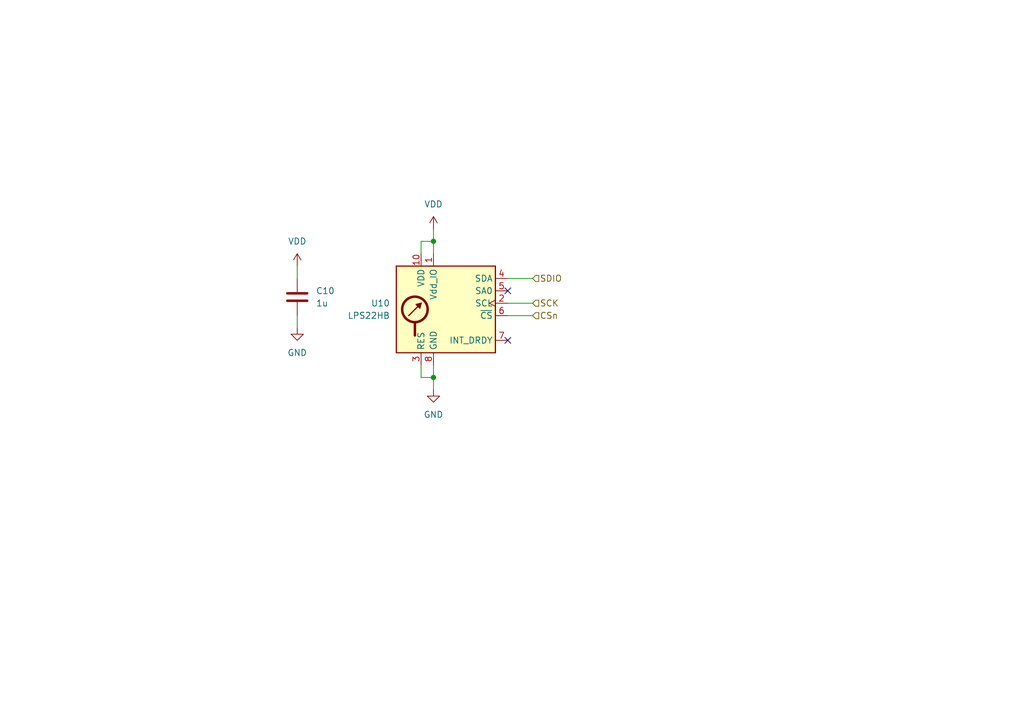
<source format=kicad_sch>
(kicad_sch (version 20231120) (generator "eeschema") (generator_version "8.0")
  (paper "A5")
  (lib_symbols
    (symbol "Device:C" (pin_numbers hide) (pin_names (offset 0.254))
      (property "Reference" "C" (at 0.635 2.54 0))
      (property "Value" "C" (at 0.635 -2.54 0))
      (symbol "C_0_1"
        (polyline (pts (xy -2.032 -0.762) (xy 2.032 -0.762)) (stroke (width 0.508)))
        (polyline (pts (xy -2.032 0.762) (xy 2.032 0.762)) (stroke (width 0.508)))
      )
      (symbol "C_1_1"
        (pin passive line (at 0 3.81 270) (length 2.794) (name "~") (number "1"))
        (pin passive line (at 0 -3.81 90) (length 2.794) (name "~") (number "2"))
      )
    )
    (symbol "Sensor_Pressure:LPS22HB"
      (property "Reference" "U" (at -11.43 1.27 0))
      (property "Value" "LPS22HB" (at -11.43 -1.27 0))
      (symbol "LPS22HB_0_1"
        (rectangle (start -10.16 10.16) (end 10.16 -7.62) (stroke (width 0.254)) (fill (type background)))
        (circle (center -6.35 1.27) (radius 2.6162) (stroke (width 0.508)))
        (polyline (pts (xy -7.62 0) (xy -5.08 2.54)) (stroke (width 0.254)))
        (polyline (pts (xy -6.35 -1.524) (xy -6.35 -4.064)) (stroke (width 0.508)))
        (polyline (pts (xy -5.08 2.54) (xy -5.334 1.524) (xy -6.096 2.286) (xy -5.08 2.54)) (stroke (width 0.254)) (fill (type outline)))
      )
      (symbol "LPS22HB_1_1"
        (pin power_in line (at -2.54 12.7 270) (length 2.54) (name "Vdd_IO") (number "1"))
        (pin power_in line (at -5.08 12.7 270) (length 2.54) (name "VDD") (number "10"))
        (pin input clock (at 12.7 2.54 180) (length 2.54) (name "SCL") (number "2"))
        (pin passive line (at -5.08 -10.16 90) (length 2.54) (name "RES") (number "3"))
        (pin bidirectional line (at 12.7 7.62 180) (length 2.54) (name "SDA") (number "4"))
        (pin input line (at 12.7 5.08 180) (length 2.54) (name "SA0") (number "5"))
        (pin input line (at 12.7 0 180) (length 2.54) (name "~{CS}") (number "6"))
        (pin output line (at 12.7 -5.08 180) (length 2.54) (name "INT_DRDY") (number "7"))
        (pin power_in line (at -2.54 -10.16 90) (length 2.54) (name "GND") (number "8"))
        (pin passive line (at -2.54 -10.16 90) (length 2.54) hide (name "GND") (number "9"))
      )
    )
    (symbol "power:GND" (power) (pin_names (offset 0))
      (property "Value" "GND" (at 0 -3.81 0))
      (symbol "GND_0_1"
        (polyline (pts (xy 0 0) (xy 0 -1.27) (xy 1.27 -1.27) (xy 0 -2.54) (xy -1.27 -1.27) (xy 0 -1.27)))
      )
      (symbol "GND_1_1"
        (pin power_in line (at 0 0 270) (length 0) hide (name "GND") (number "1"))
      )
    )
    (symbol "power:VDD" (power) (pin_names (offset 0))
      (property "Value" "VDD" (at 0 3.81 0))
      (symbol "VDD_0_1"
        (polyline (pts (xy -0.762 1.27) (xy 0 2.54)))
        (polyline (pts (xy 0 0) (xy 0 2.54)))
        (polyline (pts (xy 0 2.54) (xy 0.762 1.27)))
      )
      (symbol "VDD_1_1"
        (pin power_in line (at 0 0 90) (length 0) hide (name "VDD") (number "1"))
      )
    )
  )
  (junction (at 88.9 77.47))
  (junction (at 88.9 49.53))
  (no_connect (at 104.14 69.85))
  (no_connect (at 104.14 59.69))
  (wire (pts (xy 104.14 64.77) (xy 109.22 64.77)))
  (wire (pts (xy 104.14 62.23) (xy 109.22 62.23)))
  (wire (pts (xy 88.9 74.93) (xy 88.9 77.47)))
  (wire (pts (xy 88.9 77.47) (xy 88.9 80.01)))
  (wire (pts (xy 88.9 77.47) (xy 86.36 77.47)))
  (wire (pts (xy 88.9 49.53) (xy 88.9 52.07)))
  (wire (pts (xy 104.14 57.15) (xy 109.22 57.15)))
  (wire (pts (xy 86.36 52.07) (xy 86.36 49.53)))
  (wire (pts (xy 88.9 46.99) (xy 88.9 49.53)))
  (wire (pts (xy 86.36 49.53) (xy 88.9 49.53)))
  (wire (pts (xy 86.36 77.47) (xy 86.36 74.93)))
  (wire (pts (xy 60.96 64.77) (xy 60.96 67.31)))
  (wire (pts (xy 60.96 54.61) (xy 60.96 57.15)))
  (hierarchical_label "SDIO" (shape input) (at 109.22 57.15 0))
  (hierarchical_label "CSn" (shape input) (at 109.22 64.77 0))
  (hierarchical_label "SCK" (shape input) (at 109.22 62.23 0))
  (symbol (lib_id "power:GND") (at 60.96 67.31 0) (unit 1)
    (property "Reference" "#PWR03" (effects (hide yes)))
    (property "Value" "GND" (at 60.96 72.39 0))
    (instances (project "flex-grid" (path "" (reference "#PWR039") (unit 1)) (path "" (reference "#PWR023") (unit 1)) (path "" (reference "#PWR03") (unit 1)) (path "" (reference "#PWR027") (unit 1)) (path "" (reference "#PWR019") (unit 1)) (path "" (reference "#PWR035") (unit 1)) (path "" (reference "#PWR015") (unit 1)) (path "" (reference "#PWR043") (unit 1)) (path "" (reference "#PWR047") (unit 1)) (path "" (reference "#PWR011") (unit 1)) (path "" (reference "#PWR031") (unit 1)) (path "" (reference "#PWR07") (unit 1))))
  )
  (symbol (lib_id "power:VDD") (at 60.96 54.61 0) (unit 1)
    (property "Reference" "#PWR02" (effects (hide yes)))
    (property "Value" "VDD" (at 60.96 49.53 0))
    (instances (project "flex-grid" (path "" (reference "#PWR038") (unit 1)) (path "" (reference "#PWR022") (unit 1)) (path "" (reference "#PWR02") (unit 1)) (path "" (reference "#PWR026") (unit 1)) (path "" (reference "#PWR018") (unit 1)) (path "" (reference "#PWR034") (unit 1)) (path "" (reference "#PWR014") (unit 1)) (path "" (reference "#PWR042") (unit 1)) (path "" (reference "#PWR046") (unit 1)) (path "" (reference "#PWR010") (unit 1)) (path "" (reference "#PWR030") (unit 1)) (path "" (reference "#PWR06") (unit 1))))
  )
  (symbol (lib_id "Device:C") (at 60.96 60.96 0) (unit 1)
    (property "Reference" "C2" (at 64.77 59.6899 0) (effects (justify left)))
    (property "Value" "1u" (at 64.77 62.2299 0) (effects (justify left)))
    (property "Footprint" "Capacitor_SMD:C_0402_1005Metric" (effects (hide yes)))
    (property "Description" "Unpolarized capacitor" (effects (hide yes)))
    (instances (project "flex-grid" (path "" (reference "C10") (unit 1)) (path "" (reference "C6") (unit 1)) (path "" (reference "C1") (unit 1)) (path "" (reference "C7") (unit 1)) (path "" (reference "C5") (unit 1)) (path "" (reference "C9") (unit 1)) (path "" (reference "C4") (unit 1)) (path "" (reference "C11") (unit 1)) (path "" (reference "C12") (unit 1)) (path "" (reference "C3") (unit 1)) (path "" (reference "C8") (unit 1)) (path "" (reference "C2") (unit 1))))
  )
  (symbol (lib_id "power:GND") (at 88.9 80.01 0) (unit 1)
    (property "Reference" "#PWR04" (effects (hide yes)))
    (property "Value" "GND" (at 88.9 85.09 0))
    (instances (project "flex-grid" (path "" (reference "#PWR040") (unit 1)) (path "" (reference "#PWR024") (unit 1)) (path "" (reference "#PWR04") (unit 1)) (path "" (reference "#PWR028") (unit 1)) (path "" (reference "#PWR020") (unit 1)) (path "" (reference "#PWR036") (unit 1)) (path "" (reference "#PWR016") (unit 1)) (path "" (reference "#PWR044") (unit 1)) (path "" (reference "#PWR048") (unit 1)) (path "" (reference "#PWR012") (unit 1)) (path "" (reference "#PWR032") (unit 1)) (path "" (reference "#PWR08") (unit 1))))
  )
  (symbol (lib_id "Sensor_Pressure:LPS22HB") (at 91.44 64.77 0) (unit 1)
    (property "Reference" "U1" (at 80.01 62.23 0) (effects (justify right)))
    (property "Value" "LPS22HB" (at 80.01 64.77 0) (effects (justify right)))
    (property "Footprint" "Package_LGA:ST_HLGA-10_2x2mm_P0.5mm_LayoutBorder3x2y" (effects (hide yes)))
    (property "Datasheet" "https://www.st.com/resource/en/datasheet/lps22hb.pdf" (effects (hide yes)))
    (property "LCSC" "C94049" (effects (hide yes)))
    (instances (project "flex-grid" (path "" (reference "U10") (unit 1)) (path "" (reference "U6") (unit 1)) (path "" (reference "U1") (unit 1)) (path "" (reference "U7") (unit 1)) (path "" (reference "U5") (unit 1)) (path "" (reference "U9") (unit 1)) (path "" (reference "U4") (unit 1)) (path "" (reference "U11") (unit 1)) (path "" (reference "U12") (unit 1)) (path "" (reference "U3") (unit 1)) (path "" (reference "U8") (unit 1)) (path "" (reference "U2") (unit 1))))
  )
  (symbol (lib_id "power:VDD") (at 88.9 46.99 0) (unit 1)
    (property "Reference" "#PWR01" (effects (hide yes)))
    (property "Value" "VDD" (at 88.9 41.91 0))
    (instances (project "flex-grid" (path "" (reference "#PWR037") (unit 1)) (path "" (reference "#PWR021") (unit 1)) (path "" (reference "#PWR01") (unit 1)) (path "" (reference "#PWR025") (unit 1)) (path "" (reference "#PWR017") (unit 1)) (path "" (reference "#PWR033") (unit 1)) (path "" (reference "#PWR013") (unit 1)) (path "" (reference "#PWR041") (unit 1)) (path "" (reference "#PWR045") (unit 1)) (path "" (reference "#PWR09") (unit 1)) (path "" (reference "#PWR029") (unit 1)) (path "" (reference "#PWR05") (unit 1))))
  )
)
</source>
